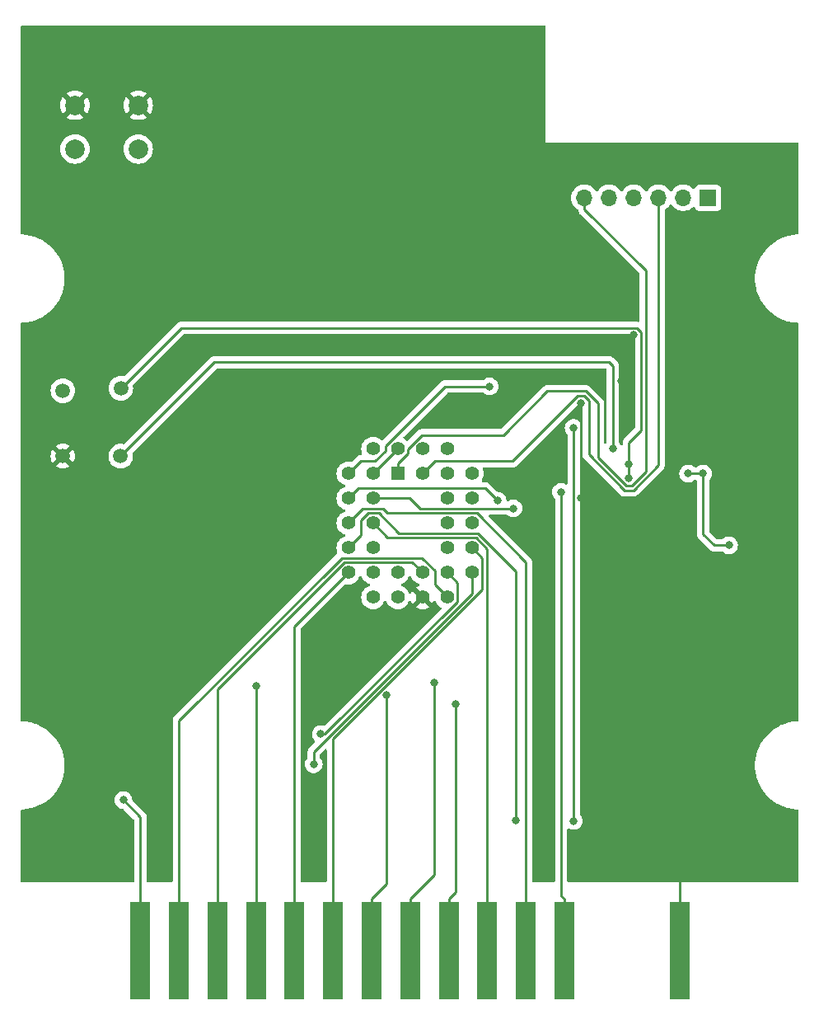
<source format=gbr>
G04 #@! TF.GenerationSoftware,KiCad,Pcbnew,8.0.2*
G04 #@! TF.CreationDate,2025-01-06T21:48:35+01:00*
G04 #@! TF.ProjectId,multicartridge-smd-top-dipswitch,6d756c74-6963-4617-9274-72696467652d,rev?*
G04 #@! TF.SameCoordinates,Original*
G04 #@! TF.FileFunction,Copper,L1,Top*
G04 #@! TF.FilePolarity,Positive*
%FSLAX46Y46*%
G04 Gerber Fmt 4.6, Leading zero omitted, Abs format (unit mm)*
G04 Created by KiCad (PCBNEW 8.0.2) date 2025-01-06 21:48:35*
%MOMM*%
%LPD*%
G01*
G04 APERTURE LIST*
G04 #@! TA.AperFunction,ComponentPad*
%ADD10C,2.000000*%
G04 #@! TD*
G04 #@! TA.AperFunction,ComponentPad*
%ADD11C,1.500000*%
G04 #@! TD*
G04 #@! TA.AperFunction,ComponentPad*
%ADD12R,1.700000X1.700000*%
G04 #@! TD*
G04 #@! TA.AperFunction,ComponentPad*
%ADD13O,1.700000X1.700000*%
G04 #@! TD*
G04 #@! TA.AperFunction,ComponentPad*
%ADD14R,1.422400X1.422400*%
G04 #@! TD*
G04 #@! TA.AperFunction,ComponentPad*
%ADD15C,1.422400*%
G04 #@! TD*
G04 #@! TA.AperFunction,SMDPad,CuDef*
%ADD16R,2.000000X10.000000*%
G04 #@! TD*
G04 #@! TA.AperFunction,ViaPad*
%ADD17C,0.800000*%
G04 #@! TD*
G04 #@! TA.AperFunction,Conductor*
%ADD18C,0.250000*%
G04 #@! TD*
G04 APERTURE END LIST*
D10*
X48747000Y-52345000D03*
X55247000Y-52345000D03*
X48747000Y-56845000D03*
X55247000Y-56845000D03*
D11*
X47498000Y-81661000D03*
X47498000Y-88370000D03*
X53445000Y-88370000D03*
X53467000Y-81407000D03*
D12*
X113792000Y-61849000D03*
D13*
X111252000Y-61849000D03*
X108712000Y-61849000D03*
X106172000Y-61849000D03*
X103632000Y-61849000D03*
X101092000Y-61849000D03*
D14*
X81915000Y-90170000D03*
D15*
X84455000Y-87630000D03*
X84455000Y-90170000D03*
X86995000Y-87630000D03*
X89535000Y-90170000D03*
X86995000Y-90170000D03*
X89535000Y-92710000D03*
X86995000Y-92710000D03*
X89535000Y-95250000D03*
X86995000Y-95250000D03*
X89535000Y-97790000D03*
X86995000Y-97790000D03*
X89535000Y-100330000D03*
X86995000Y-102870000D03*
X86995000Y-100330000D03*
X84455000Y-102870000D03*
X84455000Y-100330000D03*
X81915000Y-102870000D03*
X81915000Y-100330000D03*
X79375000Y-102870000D03*
X76835000Y-100330000D03*
X79375000Y-100330000D03*
X76835000Y-97790000D03*
X79375000Y-97790000D03*
X76835000Y-95250000D03*
X79375000Y-95250000D03*
X76835000Y-92710000D03*
X79375000Y-92710000D03*
X76835000Y-90170000D03*
X79375000Y-87630000D03*
X79375000Y-90170000D03*
X81915000Y-87630000D03*
D16*
X55465000Y-139192000D03*
X59425000Y-139192000D03*
X63385000Y-139192000D03*
X67345000Y-139192000D03*
X71305000Y-139192000D03*
X75265000Y-139192000D03*
X79225000Y-139192000D03*
X83185000Y-139192000D03*
X87145000Y-139192000D03*
X91105000Y-139192000D03*
X95065000Y-139192000D03*
X99025000Y-139192000D03*
X110905000Y-139192000D03*
D17*
X105664000Y-90678000D03*
X105664000Y-89191000D03*
X104013000Y-87630000D03*
X93790300Y-93746400D03*
X91341200Y-81228500D03*
X99985700Y-85484400D03*
X99985700Y-125847100D03*
X98701100Y-92065800D03*
X73277600Y-120014300D03*
X74010500Y-116935100D03*
X92175800Y-92956300D03*
X94060800Y-125810200D03*
X87904600Y-113840500D03*
X85668100Y-111660400D03*
X80780200Y-112956100D03*
X67345000Y-111953400D03*
X53721000Y-123698000D03*
X115951000Y-97536000D03*
X113284000Y-90170000D03*
X111760000Y-90170000D03*
X116586000Y-80137000D03*
X112268000Y-123317000D03*
X104902000Y-80645000D03*
X106172000Y-75946000D03*
X103886000Y-92710000D03*
X108458000Y-92710000D03*
X100711000Y-82931000D03*
X100711000Y-92710000D03*
D18*
X59654600Y-75219400D02*
X53467000Y-81407000D01*
X106917500Y-85741500D02*
X106917500Y-75663600D01*
X105664000Y-86995000D02*
X106917500Y-85741500D01*
X105664000Y-89191000D02*
X105664000Y-86995000D01*
X106917500Y-75663600D02*
X106473300Y-75219400D01*
X106473300Y-75219400D02*
X59654600Y-75219400D01*
X105664000Y-89191000D02*
X105664000Y-90678000D01*
X63075000Y-78740000D02*
X53445000Y-88370000D01*
X103632000Y-78740000D02*
X63075000Y-78740000D01*
X104013000Y-79121000D02*
X103632000Y-78740000D01*
X104013000Y-87630000D02*
X104013000Y-79121000D01*
X84197100Y-93746400D02*
X93790300Y-93746400D01*
X83160700Y-92710000D02*
X84197100Y-93746400D01*
X79375000Y-92710000D02*
X83160700Y-92710000D01*
X82951300Y-88097400D02*
X81915000Y-89133700D01*
X82951300Y-87660700D02*
X82951300Y-88097400D01*
X84382200Y-86229800D02*
X82951300Y-87660700D01*
X92767500Y-86229800D02*
X84382200Y-86229800D01*
X97298000Y-81699300D02*
X92767500Y-86229800D01*
X101224800Y-81699300D02*
X97298000Y-81699300D01*
X102469000Y-82943500D02*
X101224800Y-81699300D01*
X102469000Y-88524900D02*
X102469000Y-82943500D01*
X105374100Y-91430000D02*
X102469000Y-88524900D01*
X105943800Y-91430000D02*
X105374100Y-91430000D01*
X107406600Y-89967200D02*
X105943800Y-91430000D01*
X107406600Y-69338700D02*
X107406600Y-89967200D01*
X101092000Y-63024100D02*
X107406600Y-69338700D01*
X101092000Y-61849000D02*
X101092000Y-63024100D01*
X81915000Y-90170000D02*
X81915000Y-89133700D01*
X108712000Y-89298400D02*
X108712000Y-61849000D01*
X106130300Y-91880100D02*
X108712000Y-89298400D01*
X105187600Y-91880100D02*
X106130300Y-91880100D01*
X101541100Y-88233600D02*
X105187600Y-91880100D01*
X101541100Y-82677300D02*
X101541100Y-88233600D01*
X101056700Y-82192900D02*
X101541100Y-82677300D01*
X100412100Y-82192900D02*
X101056700Y-82192900D01*
X93705000Y-88900000D02*
X100412100Y-82192900D01*
X85725000Y-88900000D02*
X93705000Y-88900000D01*
X84455000Y-90170000D02*
X85725000Y-88900000D01*
X78105000Y-88900000D02*
X76835000Y-90170000D01*
X79581000Y-88900000D02*
X78105000Y-88900000D01*
X80645000Y-87836000D02*
X79581000Y-88900000D01*
X80645000Y-87353200D02*
X80645000Y-87836000D01*
X86769700Y-81228500D02*
X80645000Y-87353200D01*
X91341200Y-81228500D02*
X86769700Y-81228500D01*
X99985700Y-85484400D02*
X99985700Y-125847100D01*
X99025000Y-139192000D02*
X99025000Y-133866900D01*
X98701100Y-133543000D02*
X98701100Y-92065800D01*
X99025000Y-133866900D02*
X98701100Y-133543000D01*
X73277600Y-118731200D02*
X73277600Y-120014300D01*
X89535000Y-102473800D02*
X73277600Y-118731200D01*
X89535000Y-100330000D02*
X89535000Y-102473800D01*
X74437100Y-116935100D02*
X74010500Y-116935100D01*
X88053500Y-103318700D02*
X74437100Y-116935100D01*
X88053500Y-101388500D02*
X88053500Y-103318700D01*
X86995000Y-100330000D02*
X88053500Y-101388500D01*
X90885200Y-91665700D02*
X92175800Y-92956300D01*
X77879300Y-91665700D02*
X90885200Y-91665700D01*
X76835000Y-92710000D02*
X77879300Y-91665700D01*
X94060800Y-100204100D02*
X94060800Y-125810200D01*
X90146000Y-96289300D02*
X94060800Y-100204100D01*
X82037000Y-96289300D02*
X90146000Y-96289300D01*
X79961400Y-94213700D02*
X82037000Y-96289300D01*
X78881200Y-94213700D02*
X79961400Y-94213700D01*
X78105000Y-94989900D02*
X78881200Y-94213700D01*
X78105000Y-96520000D02*
X78105000Y-94989900D01*
X76835000Y-97790000D02*
X78105000Y-96520000D01*
X78321500Y-93763500D02*
X76835000Y-95250000D01*
X80372900Y-93763500D02*
X78321500Y-93763500D01*
X80823000Y-94213600D02*
X80372900Y-93763500D01*
X90033900Y-94213600D02*
X80823000Y-94213600D01*
X95065000Y-99244700D02*
X90033900Y-94213600D01*
X95065000Y-139192000D02*
X95065000Y-99244700D01*
X91105000Y-97886200D02*
X91105000Y-139192000D01*
X89961200Y-96742400D02*
X91105000Y-97886200D01*
X80867400Y-96742400D02*
X89961200Y-96742400D01*
X79375000Y-95250000D02*
X80867400Y-96742400D01*
X87145000Y-139192000D02*
X87145000Y-133866900D01*
X87904600Y-133107300D02*
X87904600Y-113840500D01*
X87145000Y-133866900D02*
X87904600Y-133107300D01*
X83185000Y-139192000D02*
X83185000Y-133866900D01*
X85668100Y-131383800D02*
X85668100Y-111660400D01*
X83185000Y-133866900D02*
X85668100Y-131383800D01*
X79225000Y-139192000D02*
X79225000Y-133866900D01*
X80780200Y-132311700D02*
X80780200Y-112956100D01*
X79225000Y-133866900D02*
X80780200Y-132311700D01*
X75265000Y-117380400D02*
X75265000Y-139192000D01*
X90595200Y-102050200D02*
X75265000Y-117380400D01*
X90595200Y-98850200D02*
X90595200Y-102050200D01*
X89535000Y-97790000D02*
X90595200Y-98850200D01*
X71305000Y-139192000D02*
X71305000Y-133866900D01*
X71305000Y-105860000D02*
X76835000Y-100330000D01*
X71305000Y-133866900D02*
X71305000Y-105860000D01*
X67345000Y-139192000D02*
X67345000Y-111953400D01*
X83401600Y-99276600D02*
X84455000Y-100330000D01*
X76414700Y-99276600D02*
X83401600Y-99276600D01*
X63385000Y-112306300D02*
X76414700Y-99276600D01*
X63385000Y-139192000D02*
X63385000Y-112306300D01*
X59425000Y-115540300D02*
X59425000Y-139192000D01*
X76138900Y-98826400D02*
X59425000Y-115540300D01*
X84417400Y-98826400D02*
X76138900Y-98826400D01*
X85725000Y-100134000D02*
X84417400Y-98826400D01*
X85725000Y-101600000D02*
X85725000Y-100134000D01*
X86995000Y-102870000D02*
X85725000Y-101600000D01*
X79375000Y-90170000D02*
X81915000Y-87630000D01*
X55465000Y-125442000D02*
X53721000Y-123698000D01*
X55465000Y-139192000D02*
X55465000Y-125442000D01*
X114427000Y-97536000D02*
X115951000Y-97536000D01*
X113284000Y-96393000D02*
X114427000Y-97536000D01*
X113284000Y-90170000D02*
X113284000Y-96393000D01*
X111760000Y-90170000D02*
X113284000Y-90170000D01*
X121031000Y-114554000D02*
X112268000Y-123317000D01*
X121031000Y-81534000D02*
X121031000Y-114554000D01*
X119634000Y-80137000D02*
X121031000Y-81534000D01*
X116586000Y-80137000D02*
X119634000Y-80137000D01*
X110905000Y-124680000D02*
X112268000Y-123317000D01*
X110905000Y-139192000D02*
X110905000Y-124680000D01*
X104902000Y-77216000D02*
X106172000Y-75946000D01*
X104902000Y-80645000D02*
X104902000Y-77216000D01*
X103886000Y-92710000D02*
X108458000Y-92710000D01*
X100711000Y-82931000D02*
X100711000Y-92710000D01*
X49022000Y-86846000D02*
X47498000Y-88370000D01*
X49022000Y-83947000D02*
X49022000Y-86846000D01*
X50673000Y-82296000D02*
X49022000Y-83947000D01*
X50673000Y-54271000D02*
X50673000Y-82296000D01*
X48747000Y-52345000D02*
X50673000Y-54271000D01*
G04 #@! TA.AperFunction,Conductor*
G36*
X97063621Y-44190502D02*
G01*
X97110114Y-44244158D01*
X97121500Y-44296500D01*
X97121500Y-56155563D01*
X97136436Y-56170499D01*
X97136438Y-56170500D01*
X97157562Y-56170500D01*
X122995500Y-56170500D01*
X123063621Y-56190502D01*
X123110114Y-56244158D01*
X123121500Y-56296500D01*
X123121500Y-65493500D01*
X123101498Y-65561621D01*
X123047842Y-65608114D01*
X122995500Y-65619500D01*
X122937774Y-65619500D01*
X122521106Y-65658110D01*
X122521102Y-65658110D01*
X122521099Y-65658111D01*
X122109778Y-65734999D01*
X122109770Y-65735001D01*
X121707299Y-65849516D01*
X121317106Y-66000676D01*
X120942511Y-66187203D01*
X120586760Y-66407474D01*
X120586745Y-66407484D01*
X120252815Y-66659656D01*
X120252808Y-66659661D01*
X119943569Y-66941569D01*
X119661661Y-67250808D01*
X119661656Y-67250815D01*
X119409484Y-67584745D01*
X119409474Y-67584760D01*
X119189203Y-67940511D01*
X119002676Y-68315106D01*
X118851516Y-68705299D01*
X118737001Y-69107770D01*
X118736999Y-69107778D01*
X118696803Y-69322813D01*
X118660110Y-69519106D01*
X118621500Y-69935774D01*
X118621500Y-70354226D01*
X118660110Y-70770894D01*
X118660111Y-70770900D01*
X118736999Y-71182221D01*
X118737001Y-71182229D01*
X118790287Y-71369505D01*
X118851516Y-71584701D01*
X119002678Y-71974897D01*
X119189199Y-72349481D01*
X119189201Y-72349485D01*
X119189203Y-72349488D01*
X119409474Y-72705239D01*
X119409484Y-72705254D01*
X119661656Y-73039184D01*
X119661661Y-73039191D01*
X119943569Y-73348430D01*
X120252808Y-73630338D01*
X120252811Y-73630340D01*
X120586743Y-73882514D01*
X120586745Y-73882515D01*
X120586760Y-73882525D01*
X120694601Y-73949297D01*
X120942519Y-74102801D01*
X121317103Y-74289322D01*
X121707299Y-74440484D01*
X122022662Y-74530213D01*
X122109770Y-74554998D01*
X122109778Y-74555000D01*
X122521106Y-74631890D01*
X122937774Y-74670500D01*
X122995500Y-74670500D01*
X123063621Y-74690502D01*
X123110114Y-74744158D01*
X123121500Y-74796500D01*
X123121500Y-77834438D01*
X123121501Y-83434439D01*
X123121501Y-94834438D01*
X123121500Y-100446437D01*
X123121500Y-115493500D01*
X123101498Y-115561621D01*
X123047842Y-115608114D01*
X122995500Y-115619500D01*
X122937774Y-115619500D01*
X122521106Y-115658110D01*
X122521102Y-115658110D01*
X122521099Y-115658111D01*
X122109778Y-115734999D01*
X122109770Y-115735001D01*
X121707299Y-115849516D01*
X121317106Y-116000676D01*
X120942511Y-116187203D01*
X120586760Y-116407474D01*
X120586745Y-116407484D01*
X120252815Y-116659656D01*
X120252808Y-116659661D01*
X119943569Y-116941569D01*
X119661661Y-117250808D01*
X119661656Y-117250815D01*
X119409484Y-117584745D01*
X119409474Y-117584760D01*
X119189203Y-117940511D01*
X119002676Y-118315106D01*
X118851516Y-118705299D01*
X118737001Y-119107770D01*
X118736999Y-119107778D01*
X118660111Y-119519099D01*
X118660110Y-119519106D01*
X118621500Y-119935774D01*
X118621500Y-120354226D01*
X118660110Y-120770894D01*
X118660111Y-120770900D01*
X118736999Y-121182221D01*
X118737001Y-121182229D01*
X118790287Y-121369505D01*
X118851516Y-121584701D01*
X119002678Y-121974897D01*
X119189199Y-122349481D01*
X119189201Y-122349485D01*
X119189203Y-122349488D01*
X119409474Y-122705239D01*
X119409484Y-122705254D01*
X119409486Y-122705257D01*
X119503088Y-122829206D01*
X119661656Y-123039184D01*
X119661661Y-123039191D01*
X119943569Y-123348430D01*
X120252808Y-123630338D01*
X120252811Y-123630340D01*
X120586743Y-123882514D01*
X120586745Y-123882515D01*
X120586760Y-123882525D01*
X120910661Y-124083075D01*
X120942519Y-124102801D01*
X121317103Y-124289322D01*
X121707299Y-124440484D01*
X122022662Y-124530213D01*
X122109770Y-124554998D01*
X122109778Y-124555000D01*
X122521106Y-124631890D01*
X122937774Y-124670500D01*
X122995500Y-124670500D01*
X123063621Y-124690502D01*
X123110114Y-124744158D01*
X123121500Y-124796500D01*
X123121500Y-132019000D01*
X123101498Y-132087121D01*
X123047842Y-132133614D01*
X122995500Y-132145000D01*
X99460600Y-132145000D01*
X99392479Y-132124998D01*
X99345986Y-132071342D01*
X99334600Y-132019000D01*
X99334600Y-126744249D01*
X99354602Y-126676128D01*
X99408258Y-126629635D01*
X99478532Y-126619531D01*
X99523603Y-126635132D01*
X99528943Y-126638215D01*
X99528945Y-126638216D01*
X99528948Y-126638218D01*
X99703412Y-126715894D01*
X99890213Y-126755600D01*
X100081187Y-126755600D01*
X100267988Y-126715894D01*
X100442452Y-126638218D01*
X100596953Y-126525966D01*
X100630180Y-126489064D01*
X100724734Y-126384051D01*
X100724735Y-126384049D01*
X100724740Y-126384044D01*
X100820227Y-126218656D01*
X100879242Y-126037028D01*
X100899204Y-125847100D01*
X100879242Y-125657172D01*
X100820227Y-125475544D01*
X100724740Y-125310156D01*
X100651563Y-125228884D01*
X100620846Y-125164876D01*
X100619200Y-125144574D01*
X100619200Y-86186924D01*
X100639202Y-86118803D01*
X100651558Y-86102620D01*
X100687965Y-86062185D01*
X100748410Y-86024948D01*
X100819394Y-86026300D01*
X100878378Y-86065814D01*
X100906636Y-86130945D01*
X100907600Y-86146498D01*
X100907600Y-88171206D01*
X100907600Y-88295994D01*
X100931945Y-88418385D01*
X100979700Y-88533675D01*
X101049029Y-88637433D01*
X101049031Y-88637435D01*
X104783761Y-92372167D01*
X104783766Y-92372171D01*
X104783767Y-92372172D01*
X104887525Y-92441501D01*
X105002815Y-92489255D01*
X105125206Y-92513600D01*
X105125207Y-92513600D01*
X106192693Y-92513600D01*
X106192694Y-92513600D01*
X106315085Y-92489255D01*
X106430375Y-92441500D01*
X106534133Y-92372171D01*
X108736304Y-90170000D01*
X110846496Y-90170000D01*
X110866457Y-90359927D01*
X110873827Y-90382608D01*
X110925473Y-90541556D01*
X110925476Y-90541561D01*
X111020958Y-90706941D01*
X111020965Y-90706951D01*
X111148744Y-90848864D01*
X111148747Y-90848866D01*
X111303248Y-90961118D01*
X111477712Y-91038794D01*
X111664513Y-91078500D01*
X111855487Y-91078500D01*
X112042288Y-91038794D01*
X112216752Y-90961118D01*
X112371253Y-90848866D01*
X112374563Y-90845190D01*
X112435009Y-90807950D01*
X112468200Y-90803500D01*
X112524500Y-90803500D01*
X112592621Y-90823502D01*
X112639114Y-90877158D01*
X112650500Y-90929500D01*
X112650500Y-96330606D01*
X112650500Y-96455394D01*
X112674845Y-96577785D01*
X112722600Y-96693075D01*
X112791929Y-96796833D01*
X114023167Y-98028071D01*
X114126925Y-98097400D01*
X114242215Y-98145155D01*
X114364606Y-98169500D01*
X114489394Y-98169500D01*
X115242800Y-98169500D01*
X115310921Y-98189502D01*
X115336437Y-98211190D01*
X115339747Y-98214866D01*
X115494248Y-98327118D01*
X115668712Y-98404794D01*
X115855513Y-98444500D01*
X116046487Y-98444500D01*
X116233288Y-98404794D01*
X116407752Y-98327118D01*
X116562253Y-98214866D01*
X116567754Y-98208757D01*
X116690034Y-98072951D01*
X116690035Y-98072949D01*
X116690040Y-98072944D01*
X116785527Y-97907556D01*
X116844542Y-97725928D01*
X116864504Y-97536000D01*
X116844542Y-97346072D01*
X116785527Y-97164444D01*
X116690040Y-96999056D01*
X116690038Y-96999054D01*
X116690034Y-96999048D01*
X116562255Y-96857135D01*
X116407752Y-96744882D01*
X116233288Y-96667206D01*
X116046487Y-96627500D01*
X115855513Y-96627500D01*
X115668711Y-96667206D01*
X115494247Y-96744882D01*
X115339747Y-96857133D01*
X115336437Y-96860810D01*
X115275991Y-96898050D01*
X115242800Y-96902500D01*
X114741594Y-96902500D01*
X114673473Y-96882498D01*
X114652499Y-96865595D01*
X113954405Y-96167501D01*
X113920379Y-96105189D01*
X113917500Y-96078406D01*
X113917500Y-90872524D01*
X113937502Y-90804403D01*
X113949858Y-90788220D01*
X114023040Y-90706944D01*
X114118527Y-90541556D01*
X114177542Y-90359928D01*
X114197504Y-90170000D01*
X114177542Y-89980072D01*
X114118527Y-89798444D01*
X114023040Y-89633056D01*
X114023038Y-89633054D01*
X114023034Y-89633048D01*
X113895255Y-89491135D01*
X113740752Y-89378882D01*
X113566288Y-89301206D01*
X113379487Y-89261500D01*
X113188513Y-89261500D01*
X113001711Y-89301206D01*
X112827247Y-89378882D01*
X112672747Y-89491133D01*
X112669437Y-89494810D01*
X112608991Y-89532050D01*
X112575800Y-89536500D01*
X112468200Y-89536500D01*
X112400079Y-89516498D01*
X112374563Y-89494810D01*
X112371252Y-89491133D01*
X112216752Y-89378882D01*
X112042288Y-89301206D01*
X111855487Y-89261500D01*
X111664513Y-89261500D01*
X111477711Y-89301206D01*
X111303247Y-89378882D01*
X111148744Y-89491135D01*
X111020965Y-89633048D01*
X111020958Y-89633058D01*
X110925476Y-89798438D01*
X110925473Y-89798445D01*
X110866457Y-89980072D01*
X110846496Y-90170000D01*
X108736304Y-90170000D01*
X109204071Y-89702233D01*
X109273400Y-89598475D01*
X109321155Y-89483185D01*
X109345500Y-89360794D01*
X109345500Y-89236006D01*
X109345500Y-63125920D01*
X109365502Y-63057799D01*
X109411527Y-63015108D01*
X109457576Y-62990189D01*
X109635240Y-62851906D01*
X109787722Y-62686268D01*
X109876518Y-62550354D01*
X109930520Y-62504268D01*
X110000868Y-62494692D01*
X110065225Y-62524669D01*
X110087480Y-62550353D01*
X110120607Y-62601058D01*
X110176275Y-62686265D01*
X110176279Y-62686270D01*
X110328762Y-62851908D01*
X110383331Y-62894381D01*
X110506424Y-62990189D01*
X110704426Y-63097342D01*
X110704427Y-63097342D01*
X110704428Y-63097343D01*
X110787671Y-63125920D01*
X110917365Y-63170444D01*
X111139431Y-63207500D01*
X111139435Y-63207500D01*
X111364565Y-63207500D01*
X111364569Y-63207500D01*
X111586635Y-63170444D01*
X111799574Y-63097342D01*
X111997576Y-62990189D01*
X112175240Y-62851906D01*
X112236245Y-62785637D01*
X112297096Y-62749067D01*
X112368061Y-62751200D01*
X112426606Y-62791362D01*
X112447000Y-62826941D01*
X112491111Y-62945204D01*
X112491112Y-62945207D01*
X112578738Y-63062261D01*
X112695792Y-63149887D01*
X112695794Y-63149888D01*
X112695796Y-63149889D01*
X112750900Y-63170442D01*
X112832795Y-63200988D01*
X112832803Y-63200990D01*
X112893350Y-63207499D01*
X112893355Y-63207499D01*
X112893362Y-63207500D01*
X112893368Y-63207500D01*
X114690632Y-63207500D01*
X114690638Y-63207500D01*
X114690645Y-63207499D01*
X114690649Y-63207499D01*
X114751196Y-63200990D01*
X114751199Y-63200989D01*
X114751201Y-63200989D01*
X114888204Y-63149889D01*
X114958399Y-63097342D01*
X115005261Y-63062261D01*
X115092887Y-62945207D01*
X115092887Y-62945206D01*
X115092889Y-62945204D01*
X115143989Y-62808201D01*
X115145800Y-62791362D01*
X115150499Y-62747649D01*
X115150500Y-62747632D01*
X115150500Y-60950367D01*
X115150499Y-60950350D01*
X115143990Y-60889803D01*
X115143988Y-60889795D01*
X115092889Y-60752797D01*
X115092887Y-60752792D01*
X115005261Y-60635738D01*
X114888207Y-60548112D01*
X114888202Y-60548110D01*
X114751204Y-60497011D01*
X114751196Y-60497009D01*
X114690649Y-60490500D01*
X114690638Y-60490500D01*
X112893362Y-60490500D01*
X112893350Y-60490500D01*
X112832803Y-60497009D01*
X112832795Y-60497011D01*
X112695797Y-60548110D01*
X112695792Y-60548112D01*
X112578738Y-60635738D01*
X112491112Y-60752792D01*
X112491111Y-60752795D01*
X112447000Y-60871058D01*
X112404453Y-60927893D01*
X112337932Y-60952703D01*
X112268558Y-60937611D01*
X112236246Y-60912363D01*
X112175240Y-60846094D01*
X112175239Y-60846093D01*
X112175237Y-60846091D01*
X112055372Y-60752796D01*
X111997576Y-60707811D01*
X111799574Y-60600658D01*
X111799572Y-60600657D01*
X111799571Y-60600656D01*
X111586639Y-60527557D01*
X111586630Y-60527555D01*
X111542476Y-60520187D01*
X111364569Y-60490500D01*
X111139431Y-60490500D01*
X110991211Y-60515233D01*
X110917369Y-60527555D01*
X110917360Y-60527557D01*
X110704428Y-60600656D01*
X110704426Y-60600658D01*
X110506426Y-60707810D01*
X110506424Y-60707811D01*
X110328762Y-60846091D01*
X110176279Y-61011729D01*
X110087483Y-61147643D01*
X110033479Y-61193731D01*
X109963131Y-61203306D01*
X109898774Y-61173329D01*
X109876517Y-61147643D01*
X109787720Y-61011729D01*
X109635237Y-60846091D01*
X109515372Y-60752796D01*
X109457576Y-60707811D01*
X109259574Y-60600658D01*
X109259572Y-60600657D01*
X109259571Y-60600656D01*
X109046639Y-60527557D01*
X109046630Y-60527555D01*
X109002476Y-60520187D01*
X108824569Y-60490500D01*
X108599431Y-60490500D01*
X108451211Y-60515233D01*
X108377369Y-60527555D01*
X108377360Y-60527557D01*
X108164428Y-60600656D01*
X108164426Y-60600658D01*
X107966426Y-60707810D01*
X107966424Y-60707811D01*
X107788762Y-60846091D01*
X107636279Y-61011729D01*
X107547483Y-61147643D01*
X107493479Y-61193731D01*
X107423131Y-61203306D01*
X107358774Y-61173329D01*
X107336517Y-61147643D01*
X107247720Y-61011729D01*
X107095237Y-60846091D01*
X106975372Y-60752796D01*
X106917576Y-60707811D01*
X106719574Y-60600658D01*
X106719572Y-60600657D01*
X106719571Y-60600656D01*
X106506639Y-60527557D01*
X106506630Y-60527555D01*
X106462476Y-60520187D01*
X106284569Y-60490500D01*
X106059431Y-60490500D01*
X105911211Y-60515233D01*
X105837369Y-60527555D01*
X105837360Y-60527557D01*
X105624428Y-60600656D01*
X105624426Y-60600658D01*
X105426426Y-60707810D01*
X105426424Y-60707811D01*
X105248762Y-60846091D01*
X105096279Y-61011729D01*
X105007483Y-61147643D01*
X104953479Y-61193731D01*
X104883131Y-61203306D01*
X104818774Y-61173329D01*
X104796517Y-61147643D01*
X104707720Y-61011729D01*
X104555237Y-60846091D01*
X104435372Y-60752796D01*
X104377576Y-60707811D01*
X104179574Y-60600658D01*
X104179572Y-60600657D01*
X104179571Y-60600656D01*
X103966639Y-60527557D01*
X103966630Y-60527555D01*
X103922476Y-60520187D01*
X103744569Y-60490500D01*
X103519431Y-60490500D01*
X103371211Y-60515233D01*
X103297369Y-60527555D01*
X103297360Y-60527557D01*
X103084428Y-60600656D01*
X103084426Y-60600658D01*
X102886426Y-60707810D01*
X102886424Y-60707811D01*
X102708762Y-60846091D01*
X102556279Y-61011729D01*
X102467483Y-61147643D01*
X102413479Y-61193731D01*
X102343131Y-61203306D01*
X102278774Y-61173329D01*
X102256517Y-61147643D01*
X102167720Y-61011729D01*
X102015237Y-60846091D01*
X101895372Y-60752796D01*
X101837576Y-60707811D01*
X101639574Y-60600658D01*
X101639572Y-60600657D01*
X101639571Y-60600656D01*
X101426639Y-60527557D01*
X101426630Y-60527555D01*
X101382476Y-60520187D01*
X101204569Y-60490500D01*
X100979431Y-60490500D01*
X100831211Y-60515233D01*
X100757369Y-60527555D01*
X100757360Y-60527557D01*
X100544428Y-60600656D01*
X100544426Y-60600658D01*
X100346426Y-60707810D01*
X100346424Y-60707811D01*
X100168762Y-60846091D01*
X100016279Y-61011729D01*
X100016275Y-61011734D01*
X99893141Y-61200206D01*
X99802703Y-61406386D01*
X99802702Y-61406387D01*
X99747437Y-61624624D01*
X99728844Y-61849000D01*
X99747437Y-62073375D01*
X99802702Y-62291612D01*
X99802703Y-62291613D01*
X99893141Y-62497793D01*
X100016275Y-62686265D01*
X100016279Y-62686270D01*
X100168762Y-62851908D01*
X100239541Y-62906998D01*
X100346424Y-62990189D01*
X100398493Y-63018367D01*
X100448881Y-63068377D01*
X100462100Y-63104596D01*
X100482845Y-63208885D01*
X100530600Y-63324175D01*
X100599929Y-63427933D01*
X100599931Y-63427935D01*
X106736195Y-69564199D01*
X106770221Y-69626511D01*
X106773100Y-69653294D01*
X106773100Y-74479591D01*
X106753098Y-74547712D01*
X106699442Y-74594205D01*
X106629168Y-74604309D01*
X106622519Y-74603170D01*
X106535699Y-74585900D01*
X106535694Y-74585900D01*
X59716994Y-74585900D01*
X59592206Y-74585900D01*
X59592203Y-74585900D01*
X59519244Y-74600413D01*
X59469815Y-74610245D01*
X59469813Y-74610245D01*
X59469812Y-74610246D01*
X59417560Y-74631890D01*
X59354801Y-74657886D01*
X59354523Y-74658001D01*
X59250771Y-74727326D01*
X59250764Y-74727331D01*
X53839422Y-80138672D01*
X53777110Y-80172698D01*
X53717718Y-80171284D01*
X53686372Y-80162885D01*
X53467000Y-80143693D01*
X53247629Y-80162885D01*
X53034926Y-80219879D01*
X53034920Y-80219881D01*
X52835346Y-80312944D01*
X52654965Y-80439248D01*
X52654959Y-80439253D01*
X52499253Y-80594959D01*
X52499248Y-80594965D01*
X52372944Y-80775346D01*
X52279881Y-80974920D01*
X52279879Y-80974926D01*
X52222885Y-81187629D01*
X52203693Y-81407000D01*
X52222885Y-81626370D01*
X52279879Y-81839073D01*
X52279881Y-81839079D01*
X52311723Y-81907364D01*
X52372944Y-82038654D01*
X52441807Y-82137000D01*
X52499251Y-82219038D01*
X52499254Y-82219042D01*
X52654957Y-82374745D01*
X52654961Y-82374748D01*
X52654962Y-82374749D01*
X52835346Y-82501056D01*
X53034924Y-82594120D01*
X53247629Y-82651115D01*
X53467000Y-82670307D01*
X53686371Y-82651115D01*
X53899076Y-82594120D01*
X54098654Y-82501056D01*
X54279038Y-82374749D01*
X54434749Y-82219038D01*
X54561056Y-82038654D01*
X54654120Y-81839076D01*
X54711115Y-81626371D01*
X54730307Y-81407000D01*
X54711115Y-81187629D01*
X54702715Y-81156281D01*
X54704403Y-81085309D01*
X54735324Y-81034578D01*
X59880099Y-75889805D01*
X59942411Y-75855779D01*
X59969194Y-75852900D01*
X106158000Y-75852900D01*
X106226121Y-75872902D01*
X106272614Y-75926558D01*
X106284000Y-75978900D01*
X106284000Y-85426905D01*
X106263998Y-85495026D01*
X106247095Y-85516000D01*
X105260167Y-86502929D01*
X105171931Y-86591164D01*
X105171929Y-86591167D01*
X105102600Y-86694925D01*
X105082821Y-86742675D01*
X105054846Y-86810212D01*
X105030500Y-86932603D01*
X105030500Y-87105123D01*
X105010498Y-87173244D01*
X104956842Y-87219737D01*
X104886568Y-87229841D01*
X104821988Y-87200347D01*
X104795381Y-87168123D01*
X104752042Y-87093059D01*
X104752041Y-87093058D01*
X104752040Y-87093056D01*
X104678863Y-87011784D01*
X104648146Y-86947776D01*
X104646500Y-86927474D01*
X104646500Y-79058607D01*
X104646499Y-79058603D01*
X104622155Y-78936215D01*
X104574400Y-78820925D01*
X104505071Y-78717167D01*
X104416833Y-78628929D01*
X104035833Y-78247929D01*
X103932075Y-78178600D01*
X103816785Y-78130845D01*
X103743086Y-78116185D01*
X103694396Y-78106500D01*
X103694394Y-78106500D01*
X63012606Y-78106500D01*
X63012600Y-78106500D01*
X62890217Y-78130844D01*
X62890209Y-78130846D01*
X62856447Y-78144830D01*
X62856447Y-78144831D01*
X62774925Y-78178599D01*
X62671171Y-78247925D01*
X62671164Y-78247930D01*
X53817422Y-87101672D01*
X53755110Y-87135698D01*
X53695718Y-87134284D01*
X53664372Y-87125885D01*
X53445000Y-87106693D01*
X53225629Y-87125885D01*
X53012926Y-87182879D01*
X53012920Y-87182881D01*
X52813346Y-87275944D01*
X52632965Y-87402248D01*
X52632959Y-87402253D01*
X52477253Y-87557959D01*
X52477248Y-87557965D01*
X52350944Y-87738346D01*
X52257881Y-87937920D01*
X52257879Y-87937926D01*
X52226286Y-88055832D01*
X52200885Y-88150629D01*
X52181693Y-88370000D01*
X52200885Y-88589371D01*
X52218218Y-88654056D01*
X52257879Y-88802073D01*
X52257881Y-88802079D01*
X52350825Y-89001399D01*
X52350944Y-89001654D01*
X52421663Y-89102650D01*
X52477251Y-89182038D01*
X52477254Y-89182042D01*
X52632957Y-89337745D01*
X52632961Y-89337748D01*
X52632962Y-89337749D01*
X52813346Y-89464056D01*
X53012924Y-89557120D01*
X53225629Y-89614115D01*
X53445000Y-89633307D01*
X53664371Y-89614115D01*
X53877076Y-89557120D01*
X54076654Y-89464056D01*
X54257038Y-89337749D01*
X54412749Y-89182038D01*
X54539056Y-89001654D01*
X54632120Y-88802076D01*
X54689115Y-88589371D01*
X54708307Y-88370000D01*
X54689115Y-88150629D01*
X54680715Y-88119281D01*
X54682403Y-88048309D01*
X54713324Y-87997578D01*
X63300500Y-79410405D01*
X63362812Y-79376379D01*
X63389595Y-79373500D01*
X103253500Y-79373500D01*
X103321621Y-79393502D01*
X103368114Y-79447158D01*
X103379500Y-79499500D01*
X103379500Y-86927474D01*
X103359498Y-86995595D01*
X103347136Y-87011785D01*
X103322136Y-87039550D01*
X103261689Y-87076789D01*
X103190706Y-87075437D01*
X103131721Y-87035923D01*
X103103464Y-86970792D01*
X103102500Y-86955239D01*
X103102500Y-82881107D01*
X103102499Y-82881103D01*
X103098959Y-82863305D01*
X103078155Y-82758715D01*
X103064168Y-82724947D01*
X103030401Y-82643425D01*
X102961072Y-82539667D01*
X101628633Y-81207229D01*
X101524875Y-81137900D01*
X101409585Y-81090145D01*
X101335886Y-81075485D01*
X101287196Y-81065800D01*
X101287194Y-81065800D01*
X97235606Y-81065800D01*
X97235600Y-81065800D01*
X97113217Y-81090144D01*
X97113209Y-81090146D01*
X97079447Y-81104130D01*
X97079447Y-81104131D01*
X96997925Y-81137899D01*
X96894167Y-81207227D01*
X96894161Y-81207232D01*
X92542001Y-85559395D01*
X92479689Y-85593420D01*
X92452906Y-85596300D01*
X84319803Y-85596300D01*
X84246768Y-85610828D01*
X84197415Y-85620645D01*
X84197413Y-85620645D01*
X84197412Y-85620646D01*
X84082123Y-85668401D01*
X83978371Y-85737726D01*
X83978364Y-85737731D01*
X82952101Y-86763994D01*
X82889789Y-86798020D01*
X82818973Y-86792955D01*
X82773911Y-86763994D01*
X82702007Y-86692090D01*
X82701998Y-86692083D01*
X82530933Y-86572302D01*
X82486604Y-86516845D01*
X82479295Y-86446226D01*
X82511325Y-86382865D01*
X82514074Y-86380028D01*
X86995200Y-81898905D01*
X87057512Y-81864879D01*
X87084295Y-81862000D01*
X90633000Y-81862000D01*
X90701121Y-81882002D01*
X90726637Y-81903690D01*
X90729947Y-81907366D01*
X90884448Y-82019618D01*
X91058912Y-82097294D01*
X91245713Y-82137000D01*
X91436687Y-82137000D01*
X91623488Y-82097294D01*
X91797952Y-82019618D01*
X91952453Y-81907366D01*
X91955763Y-81903690D01*
X92080234Y-81765451D01*
X92080235Y-81765449D01*
X92080240Y-81765444D01*
X92175727Y-81600056D01*
X92234742Y-81418428D01*
X92254704Y-81228500D01*
X92234742Y-81038572D01*
X92175727Y-80856944D01*
X92080240Y-80691556D01*
X92080238Y-80691554D01*
X92080234Y-80691548D01*
X91952455Y-80549635D01*
X91797952Y-80437382D01*
X91623488Y-80359706D01*
X91436687Y-80320000D01*
X91245713Y-80320000D01*
X91058911Y-80359706D01*
X90884447Y-80437382D01*
X90729947Y-80549633D01*
X90726637Y-80553310D01*
X90666191Y-80590550D01*
X90633000Y-80595000D01*
X86707303Y-80595000D01*
X86634268Y-80609528D01*
X86584915Y-80619345D01*
X86584913Y-80619345D01*
X86584912Y-80619346D01*
X86469624Y-80667100D01*
X86365866Y-80736428D01*
X86365862Y-80736431D01*
X80375200Y-86727093D01*
X80312888Y-86761119D01*
X80242073Y-86756054D01*
X80197010Y-86727093D01*
X80162007Y-86692090D01*
X80161998Y-86692083D01*
X79987180Y-86569674D01*
X79987178Y-86569673D01*
X79793758Y-86479480D01*
X79793753Y-86479478D01*
X79669653Y-86446226D01*
X79587608Y-86424242D01*
X79375000Y-86405641D01*
X79162392Y-86424242D01*
X79107156Y-86439042D01*
X78956246Y-86479478D01*
X78956241Y-86479480D01*
X78762820Y-86569674D01*
X78588000Y-86692084D01*
X78587994Y-86692089D01*
X78437089Y-86842994D01*
X78437084Y-86843000D01*
X78314674Y-87017820D01*
X78224480Y-87211241D01*
X78224478Y-87211246D01*
X78195659Y-87318801D01*
X78169242Y-87417392D01*
X78150641Y-87630000D01*
X78169242Y-87842608D01*
X78194781Y-87937920D01*
X78224478Y-88048753D01*
X78224482Y-88048763D01*
X78242429Y-88087251D01*
X78253090Y-88157443D01*
X78224109Y-88222255D01*
X78164689Y-88261111D01*
X78128234Y-88266500D01*
X78042603Y-88266500D01*
X77969568Y-88281028D01*
X77920215Y-88290845D01*
X77920213Y-88290845D01*
X77920212Y-88290846D01*
X77804923Y-88338601D01*
X77701171Y-88407926D01*
X77701169Y-88407927D01*
X77175741Y-88933353D01*
X77113429Y-88967378D01*
X77054035Y-88965964D01*
X77047611Y-88964242D01*
X76835000Y-88945641D01*
X76622392Y-88964242D01*
X76567156Y-88979042D01*
X76416246Y-89019478D01*
X76416241Y-89019480D01*
X76222820Y-89109674D01*
X76048000Y-89232084D01*
X76047994Y-89232089D01*
X75897089Y-89382994D01*
X75897084Y-89383000D01*
X75774674Y-89557820D01*
X75684480Y-89751241D01*
X75684478Y-89751246D01*
X75659315Y-89845158D01*
X75629242Y-89957392D01*
X75610641Y-90170000D01*
X75629242Y-90382608D01*
X75658842Y-90493080D01*
X75684478Y-90588753D01*
X75684480Y-90588758D01*
X75774673Y-90782178D01*
X75774674Y-90782180D01*
X75897083Y-90956998D01*
X75897090Y-90957007D01*
X76047992Y-91107909D01*
X76047996Y-91107912D01*
X76047997Y-91107913D01*
X76222820Y-91230326D01*
X76317951Y-91274686D01*
X76416249Y-91320523D01*
X76419208Y-91321600D01*
X76420328Y-91322425D01*
X76421231Y-91322846D01*
X76421146Y-91323027D01*
X76476378Y-91363696D01*
X76501714Y-91430018D01*
X76487171Y-91499510D01*
X76437367Y-91550107D01*
X76419208Y-91558400D01*
X76416249Y-91559476D01*
X76222820Y-91649674D01*
X76048000Y-91772084D01*
X76047994Y-91772089D01*
X75897089Y-91922994D01*
X75897084Y-91923000D01*
X75774674Y-92097820D01*
X75684480Y-92291241D01*
X75684478Y-92291246D01*
X75660384Y-92381168D01*
X75629242Y-92497392D01*
X75610641Y-92710000D01*
X75629242Y-92922608D01*
X75637997Y-92955282D01*
X75684478Y-93128753D01*
X75684480Y-93128758D01*
X75774673Y-93322178D01*
X75774674Y-93322180D01*
X75897083Y-93496998D01*
X75897090Y-93497007D01*
X76047992Y-93647909D01*
X76047996Y-93647912D01*
X76047997Y-93647913D01*
X76222820Y-93770326D01*
X76372876Y-93840298D01*
X76416249Y-93860523D01*
X76419208Y-93861600D01*
X76420328Y-93862425D01*
X76421231Y-93862846D01*
X76421146Y-93863027D01*
X76476378Y-93903696D01*
X76501714Y-93970018D01*
X76487171Y-94039510D01*
X76437367Y-94090107D01*
X76419208Y-94098400D01*
X76416249Y-94099476D01*
X76222820Y-94189674D01*
X76048000Y-94312084D01*
X76047994Y-94312089D01*
X75897089Y-94462994D01*
X75897084Y-94463000D01*
X75774674Y-94637820D01*
X75684480Y-94831241D01*
X75684478Y-94831246D01*
X75660494Y-94920758D01*
X75629242Y-95037392D01*
X75610641Y-95250000D01*
X75629242Y-95462608D01*
X75629243Y-95462611D01*
X75684478Y-95668753D01*
X75684480Y-95668758D01*
X75774673Y-95862178D01*
X75774674Y-95862180D01*
X75897083Y-96036998D01*
X75897090Y-96037007D01*
X76047992Y-96187909D01*
X76047996Y-96187912D01*
X76047997Y-96187913D01*
X76222820Y-96310326D01*
X76372876Y-96380298D01*
X76416249Y-96400523D01*
X76419208Y-96401600D01*
X76420328Y-96402425D01*
X76421231Y-96402846D01*
X76421146Y-96403027D01*
X76476378Y-96443696D01*
X76501714Y-96510018D01*
X76487171Y-96579510D01*
X76437367Y-96630107D01*
X76419208Y-96638400D01*
X76416249Y-96639476D01*
X76222820Y-96729674D01*
X76048000Y-96852084D01*
X76047994Y-96852089D01*
X75897089Y-97002994D01*
X75897084Y-97003000D01*
X75774674Y-97177820D01*
X75684480Y-97371241D01*
X75684478Y-97371246D01*
X75665500Y-97442075D01*
X75629242Y-97577392D01*
X75610641Y-97790000D01*
X75629242Y-98002608D01*
X75658039Y-98110080D01*
X75683685Y-98205795D01*
X75684479Y-98208755D01*
X75703215Y-98248935D01*
X75713876Y-98319125D01*
X75684896Y-98383938D01*
X75678115Y-98391279D01*
X59021167Y-115048229D01*
X58932931Y-115136464D01*
X58932926Y-115136471D01*
X58863601Y-115240223D01*
X58815846Y-115355512D01*
X58791500Y-115477903D01*
X58791500Y-132019000D01*
X58771498Y-132087121D01*
X58717842Y-132133614D01*
X58665500Y-132145000D01*
X56224500Y-132145000D01*
X56156379Y-132124998D01*
X56109886Y-132071342D01*
X56098500Y-132019000D01*
X56098500Y-125379607D01*
X56098499Y-125379603D01*
X56074155Y-125257215D01*
X56026400Y-125141925D01*
X55957071Y-125038167D01*
X55868833Y-124949929D01*
X54668122Y-123749218D01*
X54634096Y-123686906D01*
X54631907Y-123673293D01*
X54627392Y-123630338D01*
X54614542Y-123508072D01*
X54555527Y-123326444D01*
X54460040Y-123161056D01*
X54460038Y-123161054D01*
X54460034Y-123161048D01*
X54332255Y-123019135D01*
X54177752Y-122906882D01*
X54003288Y-122829206D01*
X53816487Y-122789500D01*
X53625513Y-122789500D01*
X53438711Y-122829206D01*
X53264247Y-122906882D01*
X53109744Y-123019135D01*
X52981965Y-123161048D01*
X52981958Y-123161058D01*
X52886476Y-123326438D01*
X52886473Y-123326445D01*
X52827457Y-123508072D01*
X52807496Y-123698000D01*
X52827457Y-123887927D01*
X52847398Y-123949297D01*
X52886473Y-124069556D01*
X52886476Y-124069561D01*
X52981958Y-124234941D01*
X52981965Y-124234951D01*
X53109744Y-124376864D01*
X53109747Y-124376866D01*
X53264248Y-124489118D01*
X53438712Y-124566794D01*
X53625513Y-124606500D01*
X53681406Y-124606500D01*
X53749527Y-124626502D01*
X53770501Y-124643405D01*
X54794595Y-125667499D01*
X54828621Y-125729811D01*
X54831500Y-125756594D01*
X54831500Y-132019000D01*
X54811498Y-132087121D01*
X54757842Y-132133614D01*
X54705500Y-132145000D01*
X43298500Y-132145000D01*
X43230379Y-132124998D01*
X43183886Y-132071342D01*
X43172500Y-132019000D01*
X43172500Y-124796500D01*
X43192502Y-124728379D01*
X43246158Y-124681886D01*
X43298500Y-124670500D01*
X43356219Y-124670500D01*
X43356226Y-124670500D01*
X43772894Y-124631890D01*
X44184222Y-124555000D01*
X44586701Y-124440484D01*
X44976897Y-124289322D01*
X45351481Y-124102801D01*
X45707257Y-123882514D01*
X46041189Y-123630340D01*
X46350430Y-123348430D01*
X46632340Y-123039189D01*
X46884514Y-122705257D01*
X47104801Y-122349481D01*
X47291322Y-121974897D01*
X47442484Y-121584701D01*
X47557000Y-121182222D01*
X47633890Y-120770894D01*
X47672500Y-120354226D01*
X47672500Y-119935774D01*
X47633890Y-119519106D01*
X47557000Y-119107778D01*
X47442484Y-118705299D01*
X47291322Y-118315103D01*
X47104801Y-117940519D01*
X47011281Y-117789479D01*
X46884525Y-117584760D01*
X46884515Y-117584745D01*
X46884514Y-117584743D01*
X46632340Y-117250811D01*
X46632338Y-117250808D01*
X46350430Y-116941569D01*
X46041191Y-116659661D01*
X46041184Y-116659656D01*
X45707254Y-116407484D01*
X45707239Y-116407474D01*
X45351488Y-116187203D01*
X45351485Y-116187201D01*
X45351481Y-116187199D01*
X44976897Y-116000678D01*
X44976893Y-116000676D01*
X44767126Y-115919412D01*
X44586701Y-115849516D01*
X44496970Y-115823985D01*
X44184229Y-115735001D01*
X44184221Y-115734999D01*
X43772900Y-115658111D01*
X43772898Y-115658110D01*
X43772894Y-115658110D01*
X43356226Y-115619500D01*
X43356219Y-115619500D01*
X43298500Y-115619500D01*
X43230379Y-115599498D01*
X43183886Y-115545842D01*
X43172500Y-115493500D01*
X43172500Y-89421197D01*
X46806011Y-89421197D01*
X46806011Y-89421198D01*
X46866597Y-89463621D01*
X47066092Y-89556647D01*
X47066096Y-89556649D01*
X47278712Y-89613619D01*
X47498000Y-89632804D01*
X47717287Y-89613619D01*
X47929903Y-89556649D01*
X47929907Y-89556647D01*
X48129399Y-89463622D01*
X48189987Y-89421197D01*
X48189987Y-89421196D01*
X47498001Y-88729210D01*
X47498000Y-88729210D01*
X46806011Y-89421197D01*
X43172500Y-89421197D01*
X43172500Y-88370000D01*
X46235195Y-88370000D01*
X46254380Y-88589287D01*
X46311350Y-88801903D01*
X46311352Y-88801907D01*
X46404379Y-89001403D01*
X46446800Y-89061987D01*
X47138790Y-88369999D01*
X47092713Y-88323922D01*
X47148000Y-88323922D01*
X47148000Y-88416078D01*
X47171852Y-88505095D01*
X47217930Y-88584905D01*
X47283095Y-88650070D01*
X47362905Y-88696148D01*
X47451922Y-88720000D01*
X47544078Y-88720000D01*
X47633095Y-88696148D01*
X47712905Y-88650070D01*
X47778070Y-88584905D01*
X47824148Y-88505095D01*
X47848000Y-88416078D01*
X47848000Y-88369999D01*
X47857210Y-88369999D01*
X47857210Y-88370001D01*
X48549196Y-89061987D01*
X48549197Y-89061987D01*
X48591622Y-89001399D01*
X48684647Y-88801907D01*
X48684649Y-88801903D01*
X48741619Y-88589287D01*
X48760804Y-88370000D01*
X48741619Y-88150712D01*
X48684649Y-87938096D01*
X48684647Y-87938092D01*
X48591619Y-87738594D01*
X48549199Y-87678011D01*
X48549197Y-87678011D01*
X47857210Y-88369999D01*
X47848000Y-88369999D01*
X47848000Y-88323922D01*
X47824148Y-88234905D01*
X47778070Y-88155095D01*
X47712905Y-88089930D01*
X47633095Y-88043852D01*
X47544078Y-88020000D01*
X47451922Y-88020000D01*
X47362905Y-88043852D01*
X47283095Y-88089930D01*
X47217930Y-88155095D01*
X47171852Y-88234905D01*
X47148000Y-88323922D01*
X47092713Y-88323922D01*
X46446801Y-87678010D01*
X46404378Y-87738598D01*
X46311352Y-87938092D01*
X46311350Y-87938096D01*
X46254380Y-88150712D01*
X46235195Y-88370000D01*
X43172500Y-88370000D01*
X43172500Y-87318801D01*
X46806010Y-87318801D01*
X47497999Y-88010790D01*
X47498000Y-88010790D01*
X48189987Y-87318800D01*
X48129403Y-87276379D01*
X47929907Y-87183352D01*
X47929903Y-87183350D01*
X47717287Y-87126380D01*
X47498000Y-87107195D01*
X47278712Y-87126380D01*
X47066096Y-87183350D01*
X47066092Y-87183352D01*
X46866598Y-87276378D01*
X46806010Y-87318801D01*
X43172500Y-87318801D01*
X43172500Y-81661000D01*
X46234693Y-81661000D01*
X46253885Y-81880371D01*
X46286791Y-82003178D01*
X46310879Y-82093073D01*
X46310881Y-82093079D01*
X46369618Y-82219042D01*
X46403944Y-82292654D01*
X46461428Y-82374749D01*
X46530251Y-82473038D01*
X46530254Y-82473042D01*
X46685957Y-82628745D01*
X46685961Y-82628748D01*
X46685962Y-82628749D01*
X46866346Y-82755056D01*
X47065924Y-82848120D01*
X47278629Y-82905115D01*
X47498000Y-82924307D01*
X47717371Y-82905115D01*
X47930076Y-82848120D01*
X48129654Y-82755056D01*
X48310038Y-82628749D01*
X48465749Y-82473038D01*
X48592056Y-82292654D01*
X48685120Y-82093076D01*
X48742115Y-81880371D01*
X48761307Y-81661000D01*
X48742115Y-81441629D01*
X48685120Y-81228924D01*
X48592056Y-81029347D01*
X48465749Y-80848962D01*
X48310038Y-80693251D01*
X48307620Y-80691558D01*
X48204491Y-80619346D01*
X48129654Y-80566944D01*
X48100416Y-80553310D01*
X47930079Y-80473881D01*
X47930073Y-80473879D01*
X47800848Y-80439253D01*
X47717371Y-80416885D01*
X47498000Y-80397693D01*
X47278629Y-80416885D01*
X47065926Y-80473879D01*
X47065920Y-80473881D01*
X46866346Y-80566944D01*
X46685965Y-80693248D01*
X46685959Y-80693253D01*
X46530253Y-80848959D01*
X46530248Y-80848965D01*
X46403944Y-81029346D01*
X46310881Y-81228920D01*
X46310880Y-81228924D01*
X46253885Y-81441629D01*
X46234693Y-81661000D01*
X43172500Y-81661000D01*
X43172500Y-74796500D01*
X43192502Y-74728379D01*
X43246158Y-74681886D01*
X43298500Y-74670500D01*
X43356219Y-74670500D01*
X43356226Y-74670500D01*
X43772894Y-74631890D01*
X44184222Y-74555000D01*
X44586701Y-74440484D01*
X44976897Y-74289322D01*
X45351481Y-74102801D01*
X45707257Y-73882514D01*
X46041189Y-73630340D01*
X46350430Y-73348430D01*
X46632340Y-73039189D01*
X46884514Y-72705257D01*
X47104801Y-72349481D01*
X47291322Y-71974897D01*
X47442484Y-71584701D01*
X47557000Y-71182222D01*
X47633890Y-70770894D01*
X47672500Y-70354226D01*
X47672500Y-69935774D01*
X47633890Y-69519106D01*
X47557000Y-69107778D01*
X47442484Y-68705299D01*
X47291322Y-68315103D01*
X47104801Y-67940519D01*
X46884514Y-67584743D01*
X46632340Y-67250811D01*
X46632338Y-67250808D01*
X46350430Y-66941569D01*
X46041191Y-66659661D01*
X46041184Y-66659656D01*
X45707254Y-66407484D01*
X45707239Y-66407474D01*
X45351488Y-66187203D01*
X45351485Y-66187201D01*
X45351481Y-66187199D01*
X44976897Y-66000678D01*
X44976893Y-66000676D01*
X44767126Y-65919412D01*
X44586701Y-65849516D01*
X44496970Y-65823985D01*
X44184229Y-65735001D01*
X44184221Y-65734999D01*
X43772900Y-65658111D01*
X43772898Y-65658110D01*
X43772894Y-65658110D01*
X43356226Y-65619500D01*
X43356219Y-65619500D01*
X43298500Y-65619500D01*
X43230379Y-65599498D01*
X43183886Y-65545842D01*
X43172500Y-65493500D01*
X43172500Y-56845000D01*
X47233835Y-56845000D01*
X47252465Y-57081710D01*
X47307894Y-57312592D01*
X47398759Y-57531961D01*
X47522825Y-57734417D01*
X47522826Y-57734419D01*
X47677030Y-57914969D01*
X47857580Y-58069173D01*
X47857584Y-58069176D01*
X48060037Y-58193240D01*
X48279406Y-58284105D01*
X48510289Y-58339535D01*
X48747000Y-58358165D01*
X48983711Y-58339535D01*
X49214594Y-58284105D01*
X49433963Y-58193240D01*
X49636416Y-58069176D01*
X49816969Y-57914969D01*
X49971176Y-57734416D01*
X50095240Y-57531963D01*
X50186105Y-57312594D01*
X50241535Y-57081711D01*
X50260165Y-56845000D01*
X53733835Y-56845000D01*
X53752465Y-57081710D01*
X53807894Y-57312592D01*
X53898759Y-57531961D01*
X54022825Y-57734417D01*
X54022826Y-57734419D01*
X54177030Y-57914969D01*
X54357580Y-58069173D01*
X54357584Y-58069176D01*
X54560037Y-58193240D01*
X54779406Y-58284105D01*
X55010289Y-58339535D01*
X55247000Y-58358165D01*
X55483711Y-58339535D01*
X55714594Y-58284105D01*
X55933963Y-58193240D01*
X56136416Y-58069176D01*
X56316969Y-57914969D01*
X56471176Y-57734416D01*
X56595240Y-57531963D01*
X56686105Y-57312594D01*
X56741535Y-57081711D01*
X56760165Y-56845000D01*
X56741535Y-56608289D01*
X56686105Y-56377406D01*
X56595240Y-56158037D01*
X56471176Y-55955584D01*
X56471173Y-55955580D01*
X56316969Y-55775030D01*
X56136419Y-55620826D01*
X56136417Y-55620825D01*
X56136416Y-55620824D01*
X55933963Y-55496760D01*
X55714594Y-55405895D01*
X55714592Y-55405894D01*
X55556651Y-55367976D01*
X55483711Y-55350465D01*
X55247000Y-55331835D01*
X55010289Y-55350465D01*
X54779407Y-55405894D01*
X54560038Y-55496759D01*
X54357582Y-55620825D01*
X54357580Y-55620826D01*
X54177030Y-55775030D01*
X54022826Y-55955580D01*
X54022825Y-55955582D01*
X53898759Y-56158038D01*
X53807894Y-56377407D01*
X53752465Y-56608289D01*
X53733835Y-56845000D01*
X50260165Y-56845000D01*
X50241535Y-56608289D01*
X50186105Y-56377406D01*
X50095240Y-56158037D01*
X49971176Y-55955584D01*
X49971173Y-55955580D01*
X49816969Y-55775030D01*
X49636419Y-55620826D01*
X49636417Y-55620825D01*
X49636416Y-55620824D01*
X49433963Y-55496760D01*
X49214594Y-55405895D01*
X49214592Y-55405894D01*
X49056651Y-55367976D01*
X48983711Y-55350465D01*
X48747000Y-55331835D01*
X48510289Y-55350465D01*
X48279407Y-55405894D01*
X48060038Y-55496759D01*
X47857582Y-55620825D01*
X47857580Y-55620826D01*
X47677030Y-55775030D01*
X47522826Y-55955580D01*
X47522825Y-55955582D01*
X47398759Y-56158038D01*
X47307894Y-56377407D01*
X47252465Y-56608289D01*
X47233835Y-56845000D01*
X43172500Y-56845000D01*
X43172500Y-52345000D01*
X47234337Y-52345000D01*
X47252960Y-52581632D01*
X47308371Y-52812437D01*
X47399208Y-53031738D01*
X47513896Y-53218890D01*
X47513897Y-53218890D01*
X48222016Y-52510771D01*
X48234482Y-52557292D01*
X48306890Y-52682708D01*
X48409292Y-52785110D01*
X48534708Y-52857518D01*
X48581226Y-52869982D01*
X47873107Y-53578101D01*
X47873108Y-53578102D01*
X48060261Y-53692791D01*
X48279562Y-53783628D01*
X48510367Y-53839039D01*
X48747000Y-53857662D01*
X48983632Y-53839039D01*
X49214437Y-53783628D01*
X49433738Y-53692791D01*
X49620890Y-53578102D01*
X49620891Y-53578102D01*
X48912772Y-52869982D01*
X48959292Y-52857518D01*
X49084708Y-52785110D01*
X49187110Y-52682708D01*
X49259518Y-52557292D01*
X49271983Y-52510772D01*
X49980102Y-53218891D01*
X49980102Y-53218890D01*
X50094791Y-53031738D01*
X50185628Y-52812437D01*
X50241039Y-52581632D01*
X50259662Y-52345000D01*
X53734337Y-52345000D01*
X53752960Y-52581632D01*
X53808371Y-52812437D01*
X53899208Y-53031738D01*
X54013896Y-53218890D01*
X54013897Y-53218890D01*
X54722016Y-52510771D01*
X54734482Y-52557292D01*
X54806890Y-52682708D01*
X54909292Y-52785110D01*
X55034708Y-52857518D01*
X55081226Y-52869982D01*
X54373107Y-53578101D01*
X54373108Y-53578102D01*
X54560261Y-53692791D01*
X54779562Y-53783628D01*
X55010367Y-53839039D01*
X55247000Y-53857662D01*
X55483632Y-53839039D01*
X55714437Y-53783628D01*
X55933738Y-53692791D01*
X56120890Y-53578102D01*
X56120891Y-53578102D01*
X55412772Y-52869982D01*
X55459292Y-52857518D01*
X55584708Y-52785110D01*
X55687110Y-52682708D01*
X55759518Y-52557292D01*
X55771983Y-52510772D01*
X56480102Y-53218891D01*
X56480102Y-53218890D01*
X56594791Y-53031738D01*
X56685628Y-52812437D01*
X56741039Y-52581632D01*
X56759662Y-52345000D01*
X56741039Y-52108367D01*
X56685628Y-51877562D01*
X56594791Y-51658261D01*
X56480102Y-51471108D01*
X56480101Y-51471107D01*
X55771982Y-52179226D01*
X55759518Y-52132708D01*
X55687110Y-52007292D01*
X55584708Y-51904890D01*
X55459292Y-51832482D01*
X55412771Y-51820016D01*
X56120890Y-51111897D01*
X56120890Y-51111896D01*
X55933738Y-50997208D01*
X55714437Y-50906371D01*
X55483632Y-50850960D01*
X55247000Y-50832337D01*
X55010367Y-50850960D01*
X54779562Y-50906371D01*
X54560266Y-50997206D01*
X54373108Y-51111897D01*
X54373108Y-51111898D01*
X55081227Y-51820017D01*
X55034708Y-51832482D01*
X54909292Y-51904890D01*
X54806890Y-52007292D01*
X54734482Y-52132708D01*
X54722017Y-52179227D01*
X54013898Y-51471108D01*
X54013897Y-51471108D01*
X53899206Y-51658266D01*
X53808371Y-51877562D01*
X53752960Y-52108367D01*
X53734337Y-52345000D01*
X50259662Y-52345000D01*
X50241039Y-52108367D01*
X50185628Y-51877562D01*
X50094791Y-51658261D01*
X49980102Y-51471108D01*
X49980101Y-51471107D01*
X49271982Y-52179226D01*
X49259518Y-52132708D01*
X49187110Y-52007292D01*
X49084708Y-51904890D01*
X48959292Y-51832482D01*
X48912771Y-51820016D01*
X49620890Y-51111897D01*
X49620890Y-51111896D01*
X49433738Y-50997208D01*
X49214437Y-50906371D01*
X48983632Y-50850960D01*
X48747000Y-50832337D01*
X48510367Y-50850960D01*
X48279562Y-50906371D01*
X48060266Y-50997206D01*
X47873108Y-51111897D01*
X47873108Y-51111898D01*
X48581227Y-51820017D01*
X48534708Y-51832482D01*
X48409292Y-51904890D01*
X48306890Y-52007292D01*
X48234482Y-52132708D01*
X48222017Y-52179227D01*
X47513898Y-51471108D01*
X47513897Y-51471108D01*
X47399206Y-51658266D01*
X47308371Y-51877562D01*
X47252960Y-52108367D01*
X47234337Y-52345000D01*
X43172500Y-52345000D01*
X43172500Y-44296500D01*
X43192502Y-44228379D01*
X43246158Y-44181886D01*
X43298500Y-44170500D01*
X83136438Y-44170500D01*
X96995500Y-44170500D01*
X97063621Y-44190502D01*
G37*
G04 #@! TD.AperFunction*
G04 #@! TA.AperFunction,Conductor*
G36*
X78164505Y-100677825D02*
G01*
X78215105Y-100727627D01*
X78223402Y-100745795D01*
X78224480Y-100748758D01*
X78314673Y-100942178D01*
X78314674Y-100942180D01*
X78437083Y-101116998D01*
X78437090Y-101117007D01*
X78587992Y-101267909D01*
X78587996Y-101267912D01*
X78587997Y-101267913D01*
X78762820Y-101390326D01*
X78912876Y-101460298D01*
X78956249Y-101480523D01*
X78959208Y-101481600D01*
X78960328Y-101482425D01*
X78961231Y-101482846D01*
X78961146Y-101483027D01*
X79016378Y-101523696D01*
X79041714Y-101590018D01*
X79027171Y-101659510D01*
X78977367Y-101710107D01*
X78959208Y-101718400D01*
X78956249Y-101719476D01*
X78762820Y-101809674D01*
X78588000Y-101932084D01*
X78587994Y-101932089D01*
X78437089Y-102082994D01*
X78437084Y-102083000D01*
X78314674Y-102257820D01*
X78224480Y-102451241D01*
X78224478Y-102451246D01*
X78201381Y-102537448D01*
X78169242Y-102657392D01*
X78150641Y-102870000D01*
X78169242Y-103082608D01*
X78178084Y-103115606D01*
X78224478Y-103288753D01*
X78224480Y-103288758D01*
X78314673Y-103482178D01*
X78314674Y-103482180D01*
X78437083Y-103656998D01*
X78437090Y-103657007D01*
X78587992Y-103807909D01*
X78587996Y-103807912D01*
X78587997Y-103807913D01*
X78762820Y-103930326D01*
X78956245Y-104020521D01*
X79162392Y-104075758D01*
X79375000Y-104094359D01*
X79587608Y-104075758D01*
X79793755Y-104020521D01*
X79987180Y-103930326D01*
X80162003Y-103807913D01*
X80312913Y-103657003D01*
X80435326Y-103482180D01*
X80525521Y-103288755D01*
X80525523Y-103288745D01*
X80526598Y-103285795D01*
X80527425Y-103284671D01*
X80527846Y-103283769D01*
X80528027Y-103283853D01*
X80568692Y-103228624D01*
X80635013Y-103203285D01*
X80704505Y-103217825D01*
X80755105Y-103267627D01*
X80763402Y-103285795D01*
X80764480Y-103288758D01*
X80854673Y-103482178D01*
X80854674Y-103482180D01*
X80977083Y-103656998D01*
X80977090Y-103657007D01*
X81127992Y-103807909D01*
X81127996Y-103807912D01*
X81127997Y-103807913D01*
X81302820Y-103930326D01*
X81496245Y-104020521D01*
X81702392Y-104075758D01*
X81915000Y-104094359D01*
X82127608Y-104075758D01*
X82333755Y-104020521D01*
X82527180Y-103930326D01*
X82702003Y-103807913D01*
X82852913Y-103657003D01*
X82975326Y-103482180D01*
X83065521Y-103288755D01*
X83065523Y-103288749D01*
X83066865Y-103285063D01*
X83108958Y-103227891D01*
X83175279Y-103202552D01*
X83244771Y-103217091D01*
X83295371Y-103266892D01*
X83303668Y-103285060D01*
X83304949Y-103288580D01*
X83395106Y-103481924D01*
X83431660Y-103534128D01*
X84055000Y-102910788D01*
X84055000Y-102922661D01*
X84082259Y-103024394D01*
X84134920Y-103115606D01*
X84209394Y-103190080D01*
X84300606Y-103242741D01*
X84402339Y-103270000D01*
X84414210Y-103270000D01*
X83790870Y-103893338D01*
X83790870Y-103893339D01*
X83843072Y-103929891D01*
X83843071Y-103929891D01*
X84036412Y-104020047D01*
X84036418Y-104020049D01*
X84242479Y-104075263D01*
X84455000Y-104093856D01*
X84667520Y-104075263D01*
X84873581Y-104020049D01*
X84873587Y-104020047D01*
X85066928Y-103929891D01*
X85066929Y-103929890D01*
X85119128Y-103893339D01*
X85119128Y-103893337D01*
X84495791Y-103270000D01*
X84507661Y-103270000D01*
X84609394Y-103242741D01*
X84700606Y-103190080D01*
X84775080Y-103115606D01*
X84827741Y-103024394D01*
X84855000Y-102922661D01*
X84855000Y-102910790D01*
X85478337Y-103534128D01*
X85478339Y-103534128D01*
X85514890Y-103481929D01*
X85514891Y-103481928D01*
X85605045Y-103288592D01*
X85606326Y-103285072D01*
X85607309Y-103283735D01*
X85607374Y-103283598D01*
X85607401Y-103283610D01*
X85648415Y-103227897D01*
X85714734Y-103202552D01*
X85784227Y-103217086D01*
X85834831Y-103266883D01*
X85843130Y-103285051D01*
X85844476Y-103288749D01*
X85934673Y-103482178D01*
X85934674Y-103482180D01*
X86057083Y-103656998D01*
X86057090Y-103657007D01*
X86207992Y-103807909D01*
X86207996Y-103807912D01*
X86207997Y-103807913D01*
X86256753Y-103842052D01*
X86355773Y-103911388D01*
X86400101Y-103966846D01*
X86407410Y-104037465D01*
X86375379Y-104100825D01*
X86372597Y-104103696D01*
X74435116Y-116041178D01*
X74372804Y-116075204D01*
X74301989Y-116070139D01*
X74294772Y-116067189D01*
X74292789Y-116066306D01*
X74292790Y-116066306D01*
X74105987Y-116026600D01*
X73915013Y-116026600D01*
X73728211Y-116066306D01*
X73553747Y-116143982D01*
X73399244Y-116256235D01*
X73271465Y-116398148D01*
X73271458Y-116398158D01*
X73175976Y-116563538D01*
X73175973Y-116563545D01*
X73116957Y-116745172D01*
X73096996Y-116935100D01*
X73116957Y-117125027D01*
X73147026Y-117217570D01*
X73175973Y-117306656D01*
X73175976Y-117306661D01*
X73271458Y-117472041D01*
X73271461Y-117472045D01*
X73366468Y-117577562D01*
X73397185Y-117641570D01*
X73388420Y-117712023D01*
X73361927Y-117750967D01*
X72873767Y-118239129D01*
X72785527Y-118327369D01*
X72785526Y-118327371D01*
X72716201Y-118431123D01*
X72668446Y-118546412D01*
X72644100Y-118668803D01*
X72644100Y-119311774D01*
X72624098Y-119379895D01*
X72611737Y-119396084D01*
X72538557Y-119477359D01*
X72443076Y-119642738D01*
X72443073Y-119642745D01*
X72384057Y-119824372D01*
X72364096Y-120014300D01*
X72384057Y-120204227D01*
X72414126Y-120296770D01*
X72443073Y-120385856D01*
X72443076Y-120385861D01*
X72538558Y-120551241D01*
X72538565Y-120551251D01*
X72666344Y-120693164D01*
X72666347Y-120693166D01*
X72820848Y-120805418D01*
X72995312Y-120883094D01*
X73182113Y-120922800D01*
X73373087Y-120922800D01*
X73559888Y-120883094D01*
X73734352Y-120805418D01*
X73888853Y-120693166D01*
X73888855Y-120693164D01*
X74016634Y-120551251D01*
X74016635Y-120551249D01*
X74016640Y-120551244D01*
X74112127Y-120385856D01*
X74171142Y-120204228D01*
X74191104Y-120014300D01*
X74171142Y-119824372D01*
X74112127Y-119642744D01*
X74016640Y-119477356D01*
X73943463Y-119396084D01*
X73912746Y-119332076D01*
X73911100Y-119311774D01*
X73911100Y-119045794D01*
X73931102Y-118977673D01*
X73948005Y-118956699D01*
X74416405Y-118488299D01*
X74478717Y-118454273D01*
X74549532Y-118459338D01*
X74606368Y-118501885D01*
X74631179Y-118568405D01*
X74631500Y-118577394D01*
X74631500Y-132019000D01*
X74611498Y-132087121D01*
X74557842Y-132133614D01*
X74505500Y-132145000D01*
X72064500Y-132145000D01*
X71996379Y-132124998D01*
X71949886Y-132071342D01*
X71938500Y-132019000D01*
X71938500Y-106174593D01*
X71958502Y-106106472D01*
X71975400Y-106085503D01*
X76494258Y-101566644D01*
X76556568Y-101532620D01*
X76615965Y-101534035D01*
X76622392Y-101535758D01*
X76835000Y-101554359D01*
X77047608Y-101535758D01*
X77253755Y-101480521D01*
X77447180Y-101390326D01*
X77622003Y-101267913D01*
X77772913Y-101117003D01*
X77895326Y-100942180D01*
X77985521Y-100748755D01*
X77985523Y-100748745D01*
X77986598Y-100745795D01*
X77987425Y-100744671D01*
X77987846Y-100743769D01*
X77988027Y-100743853D01*
X78028692Y-100688624D01*
X78095013Y-100663285D01*
X78164505Y-100677825D01*
G37*
G04 #@! TD.AperFunction*
G04 #@! TA.AperFunction,Conductor*
G36*
X100810227Y-82846402D02*
G01*
X100831201Y-82863305D01*
X100870695Y-82902799D01*
X100904721Y-82965111D01*
X100907600Y-82991894D01*
X100907600Y-84822301D01*
X100887598Y-84890422D01*
X100833942Y-84936915D01*
X100763668Y-84947019D01*
X100699088Y-84917525D01*
X100687964Y-84906611D01*
X100596955Y-84805535D01*
X100442452Y-84693282D01*
X100267988Y-84615606D01*
X100081187Y-84575900D01*
X99890213Y-84575900D01*
X99703411Y-84615606D01*
X99528947Y-84693282D01*
X99374444Y-84805535D01*
X99246665Y-84947448D01*
X99246658Y-84947458D01*
X99151176Y-85112838D01*
X99151173Y-85112845D01*
X99092157Y-85294472D01*
X99072196Y-85484400D01*
X99092157Y-85674327D01*
X99112757Y-85737726D01*
X99151173Y-85855956D01*
X99246660Y-86021344D01*
X99319837Y-86102615D01*
X99350553Y-86166620D01*
X99352200Y-86186924D01*
X99352200Y-91168650D01*
X99332198Y-91236771D01*
X99278542Y-91283264D01*
X99208268Y-91293368D01*
X99163204Y-91277771D01*
X99157860Y-91274686D01*
X99157853Y-91274683D01*
X99157852Y-91274682D01*
X98983388Y-91197006D01*
X98796587Y-91157300D01*
X98605613Y-91157300D01*
X98418811Y-91197006D01*
X98244347Y-91274682D01*
X98089844Y-91386935D01*
X97962065Y-91528848D01*
X97962058Y-91528858D01*
X97866576Y-91694238D01*
X97866573Y-91694245D01*
X97807557Y-91875872D01*
X97787596Y-92065800D01*
X97807557Y-92255727D01*
X97821683Y-92299200D01*
X97866573Y-92437356D01*
X97866576Y-92437361D01*
X97951667Y-92584744D01*
X97962060Y-92602744D01*
X98035237Y-92684015D01*
X98065953Y-92748020D01*
X98067600Y-92768324D01*
X98067600Y-132019000D01*
X98047598Y-132087121D01*
X97993942Y-132133614D01*
X97941600Y-132145000D01*
X95824500Y-132145000D01*
X95756379Y-132124998D01*
X95709886Y-132071342D01*
X95698500Y-132019000D01*
X95698500Y-99182307D01*
X95698499Y-99182303D01*
X95674155Y-99059915D01*
X95626400Y-98944625D01*
X95557071Y-98840867D01*
X95468833Y-98752629D01*
X91311199Y-94594995D01*
X91277173Y-94532683D01*
X91282238Y-94461868D01*
X91324785Y-94405032D01*
X91391305Y-94380221D01*
X91400294Y-94379900D01*
X93082100Y-94379900D01*
X93150221Y-94399902D01*
X93175737Y-94421590D01*
X93179047Y-94425266D01*
X93333548Y-94537518D01*
X93508012Y-94615194D01*
X93694813Y-94654900D01*
X93885787Y-94654900D01*
X94072588Y-94615194D01*
X94247052Y-94537518D01*
X94401553Y-94425266D01*
X94503460Y-94312087D01*
X94529334Y-94283351D01*
X94529335Y-94283349D01*
X94529340Y-94283344D01*
X94624827Y-94117956D01*
X94683842Y-93936328D01*
X94703804Y-93746400D01*
X94683842Y-93556472D01*
X94624827Y-93374844D01*
X94529340Y-93209456D01*
X94529338Y-93209454D01*
X94529334Y-93209448D01*
X94401555Y-93067535D01*
X94247052Y-92955282D01*
X94072588Y-92877606D01*
X93885787Y-92837900D01*
X93694813Y-92837900D01*
X93508011Y-92877606D01*
X93333547Y-92955282D01*
X93283091Y-92991941D01*
X93216223Y-93015800D01*
X93147071Y-92999719D01*
X93097591Y-92948805D01*
X93083720Y-92903175D01*
X93069342Y-92766372D01*
X93051025Y-92710000D01*
X93010327Y-92584744D01*
X92914840Y-92419356D01*
X92914838Y-92419354D01*
X92914834Y-92419348D01*
X92787055Y-92277435D01*
X92632552Y-92165182D01*
X92458088Y-92087506D01*
X92271287Y-92047800D01*
X92215394Y-92047800D01*
X92147273Y-92027798D01*
X92126299Y-92010895D01*
X91289035Y-91173631D01*
X91289033Y-91173629D01*
X91185275Y-91104300D01*
X91069985Y-91056545D01*
X90996286Y-91041885D01*
X90947596Y-91032200D01*
X90947594Y-91032200D01*
X90662303Y-91032200D01*
X90594182Y-91012198D01*
X90547689Y-90958542D01*
X90537585Y-90888268D01*
X90559088Y-90833931D01*
X90595326Y-90782180D01*
X90685521Y-90588755D01*
X90740758Y-90382608D01*
X90759359Y-90170000D01*
X90740758Y-89957392D01*
X90685521Y-89751245D01*
X90682891Y-89745604D01*
X90667571Y-89712749D01*
X90656910Y-89642557D01*
X90685891Y-89577745D01*
X90745311Y-89538889D01*
X90781766Y-89533500D01*
X93767393Y-89533500D01*
X93767394Y-89533500D01*
X93889785Y-89509155D01*
X94005075Y-89461400D01*
X94108833Y-89392071D01*
X100637600Y-82863305D01*
X100699912Y-82829279D01*
X100726695Y-82826400D01*
X100742106Y-82826400D01*
X100810227Y-82846402D01*
G37*
G04 #@! TD.AperFunction*
G04 #@! TA.AperFunction,Conductor*
G36*
X83244505Y-100677825D02*
G01*
X83295105Y-100727627D01*
X83303402Y-100745795D01*
X83304480Y-100748758D01*
X83394673Y-100942178D01*
X83394674Y-100942180D01*
X83517083Y-101116998D01*
X83517090Y-101117007D01*
X83667992Y-101267909D01*
X83667996Y-101267912D01*
X83667997Y-101267913D01*
X83842820Y-101390326D01*
X84036241Y-101480519D01*
X84036245Y-101480521D01*
X84039940Y-101481866D01*
X84097111Y-101523961D01*
X84122448Y-101590283D01*
X84107906Y-101659775D01*
X84058103Y-101710373D01*
X84039943Y-101718667D01*
X84036417Y-101719950D01*
X83843070Y-101810110D01*
X83790870Y-101846660D01*
X84414211Y-102470000D01*
X84402339Y-102470000D01*
X84300606Y-102497259D01*
X84209394Y-102549920D01*
X84134920Y-102624394D01*
X84082259Y-102715606D01*
X84055000Y-102817339D01*
X84055000Y-102829209D01*
X83431660Y-102205869D01*
X83395110Y-102258070D01*
X83304950Y-102451417D01*
X83303667Y-102454943D01*
X83302683Y-102456278D01*
X83302626Y-102456402D01*
X83302601Y-102456390D01*
X83261570Y-102512113D01*
X83195248Y-102537448D01*
X83125757Y-102522905D01*
X83075160Y-102473101D01*
X83066866Y-102454940D01*
X83065521Y-102451245D01*
X82975442Y-102258070D01*
X82975326Y-102257821D01*
X82852913Y-102082997D01*
X82702003Y-101932087D01*
X82702002Y-101932086D01*
X82702001Y-101932085D01*
X82701998Y-101932083D01*
X82527180Y-101809674D01*
X82527178Y-101809673D01*
X82333758Y-101719480D01*
X82330795Y-101718402D01*
X82329671Y-101717574D01*
X82328769Y-101717154D01*
X82328853Y-101716972D01*
X82273624Y-101676308D01*
X82248285Y-101609987D01*
X82262825Y-101540495D01*
X82312627Y-101489895D01*
X82330795Y-101481598D01*
X82333745Y-101480523D01*
X82333755Y-101480521D01*
X82527180Y-101390326D01*
X82702003Y-101267913D01*
X82852913Y-101117003D01*
X82975326Y-100942180D01*
X83065521Y-100748755D01*
X83065523Y-100748745D01*
X83066598Y-100745795D01*
X83067425Y-100744671D01*
X83067846Y-100743769D01*
X83068027Y-100743853D01*
X83108692Y-100688624D01*
X83175013Y-100663285D01*
X83244505Y-100677825D01*
G37*
G04 #@! TD.AperFunction*
M02*

</source>
